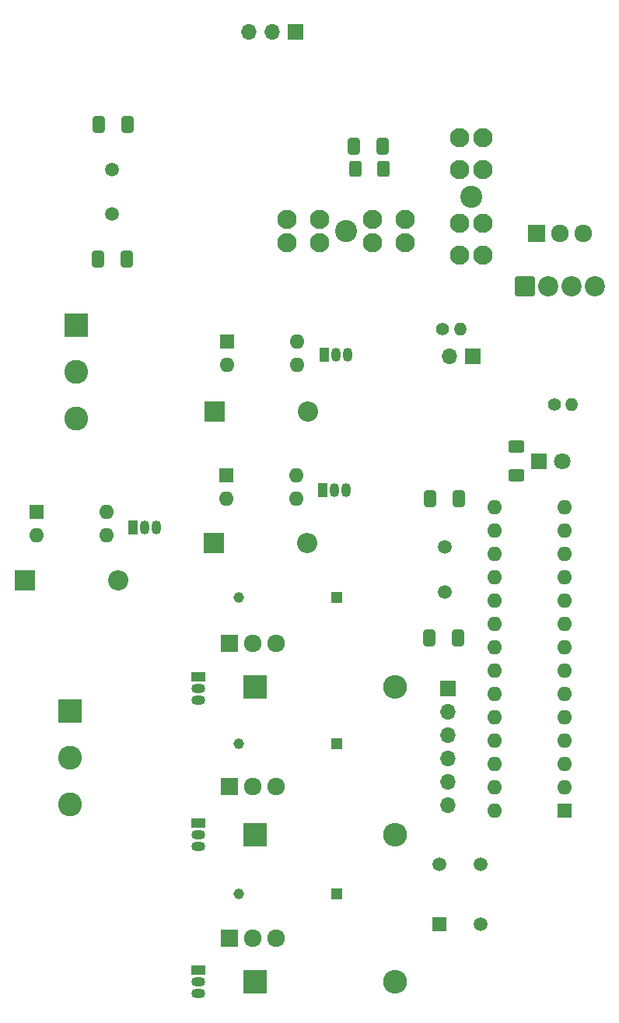
<source format=gbr>
%TF.GenerationSoftware,KiCad,Pcbnew,9.0.0*%
%TF.CreationDate,2025-03-14T13:06:40-07:00*%
%TF.ProjectId,AMS - CANBus - Dinger,414d5320-2d20-4434-914e-427573202d20,rev?*%
%TF.SameCoordinates,Original*%
%TF.FileFunction,Soldermask,Top*%
%TF.FilePolarity,Negative*%
%FSLAX46Y46*%
G04 Gerber Fmt 4.6, Leading zero omitted, Abs format (unit mm)*
G04 Created by KiCad (PCBNEW 9.0.0) date 2025-03-14 13:06:40*
%MOMM*%
%LPD*%
G01*
G04 APERTURE LIST*
G04 Aperture macros list*
%AMRoundRect*
0 Rectangle with rounded corners*
0 $1 Rounding radius*
0 $2 $3 $4 $5 $6 $7 $8 $9 X,Y pos of 4 corners*
0 Add a 4 corners polygon primitive as box body*
4,1,4,$2,$3,$4,$5,$6,$7,$8,$9,$2,$3,0*
0 Add four circle primitives for the rounded corners*
1,1,$1+$1,$2,$3*
1,1,$1+$1,$4,$5*
1,1,$1+$1,$6,$7*
1,1,$1+$1,$8,$9*
0 Add four rect primitives between the rounded corners*
20,1,$1+$1,$2,$3,$4,$5,0*
20,1,$1+$1,$4,$5,$6,$7,0*
20,1,$1+$1,$6,$7,$8,$9,0*
20,1,$1+$1,$8,$9,$2,$3,0*%
G04 Aperture macros list end*
%ADD10O,1.050000X1.500000*%
%ADD11R,1.050000X1.500000*%
%ADD12O,1.600000X1.600000*%
%ADD13R,1.600000X1.600000*%
%ADD14O,2.600000X2.600000*%
%ADD15R,2.600000X2.600000*%
%ADD16C,1.920000*%
%ADD17R,1.920000X1.920000*%
%ADD18O,1.500000X1.050000*%
%ADD19R,1.500000X1.050000*%
%ADD20C,1.150000*%
%ADD21R,1.150000X1.150000*%
%ADD22C,2.600000*%
%ADD23C,1.800000*%
%ADD24R,1.800000X1.800000*%
%ADD25RoundRect,0.250000X0.625000X-0.400000X0.625000X0.400000X-0.625000X0.400000X-0.625000X-0.400000X0*%
%ADD26O,1.700000X1.700000*%
%ADD27R,1.700000X1.700000*%
%ADD28R,1.500000X1.500000*%
%ADD29C,1.500000*%
%ADD30RoundRect,0.250000X-0.412500X-0.650000X0.412500X-0.650000X0.412500X0.650000X-0.412500X0.650000X0*%
%ADD31C,1.400000*%
%ADD32O,1.400000X1.400000*%
%ADD33C,2.400000*%
%ADD34C,2.100000*%
%ADD35RoundRect,0.250000X0.412500X0.650000X-0.412500X0.650000X-0.412500X-0.650000X0.412500X-0.650000X0*%
%ADD36R,2.200000X2.200000*%
%ADD37O,2.200000X2.200000*%
%ADD38RoundRect,0.249999X-0.850001X-0.850001X0.850001X-0.850001X0.850001X0.850001X-0.850001X0.850001X0*%
%ADD39C,2.200000*%
%ADD40RoundRect,0.250000X0.400000X0.625000X-0.400000X0.625000X-0.400000X-0.625000X0.400000X-0.625000X0*%
G04 APERTURE END LIST*
D10*
%TO.C,Q2*%
X112262600Y-73695900D03*
X110992600Y-73695900D03*
D11*
X109722600Y-73695900D03*
%TD*%
D12*
%TO.C,U3*%
X106744000Y-72257800D03*
X106744000Y-74797800D03*
X99124000Y-74797800D03*
D13*
X99124000Y-72257800D03*
%TD*%
D14*
%TO.C,D7*%
X117478700Y-125940800D03*
D15*
X102238700Y-125940800D03*
%TD*%
D16*
%TO.C,Q10*%
X104526400Y-137192300D03*
X101986400Y-137192300D03*
D17*
X99446400Y-137192300D03*
%TD*%
D18*
%TO.C,Q3*%
X96016800Y-111296400D03*
X96016800Y-110026400D03*
D19*
X96016800Y-108756400D03*
%TD*%
D20*
%TO.C,Z3*%
X100413000Y-100109900D03*
D21*
X111113000Y-100109900D03*
%TD*%
D18*
%TO.C,Q7*%
X96016800Y-127270500D03*
X96016800Y-126000500D03*
D19*
X96016800Y-124730500D03*
%TD*%
D16*
%TO.C,Q4*%
X104526400Y-105159300D03*
X101986400Y-105159300D03*
D17*
X99446400Y-105159300D03*
%TD*%
D14*
%TO.C,D4*%
X117478700Y-109921600D03*
D15*
X102238700Y-109921600D03*
%TD*%
D20*
%TO.C,Z5*%
X100413000Y-132438900D03*
D21*
X111113000Y-132438900D03*
%TD*%
D16*
%TO.C,Q8*%
X104526400Y-120739500D03*
X101986400Y-120739500D03*
D17*
X99446400Y-120739500D03*
%TD*%
D18*
%TO.C,Q9*%
X96016800Y-143281700D03*
X96016800Y-142011700D03*
D19*
X96016800Y-140741700D03*
%TD*%
D20*
%TO.C,Z4*%
X100413000Y-116028100D03*
D21*
X111113000Y-116028100D03*
%TD*%
D14*
%TO.C,D8*%
X117478700Y-142011500D03*
D15*
X102238700Y-142011500D03*
%TD*%
D22*
%TO.C,Z1*%
X82028100Y-122675400D03*
X82028100Y-117595400D03*
D15*
X82028100Y-112515400D03*
%TD*%
D23*
%TO.C,D1*%
X135616800Y-85343700D03*
D24*
X133076800Y-85343700D03*
%TD*%
D12*
%TO.C,U2*%
X128302100Y-123377100D03*
X128302100Y-120837100D03*
X128302100Y-118297100D03*
X128302100Y-115757100D03*
X128302100Y-113217100D03*
X128302100Y-110677100D03*
X128302100Y-108137100D03*
X128302100Y-105597100D03*
X128302100Y-103057100D03*
X128302100Y-100517100D03*
X128302100Y-97977100D03*
X128302100Y-95437100D03*
X128302100Y-92897100D03*
X128302100Y-90357100D03*
X135922100Y-90357100D03*
X135922100Y-92897100D03*
X135922100Y-95437100D03*
X135922100Y-97977100D03*
X135922100Y-100517100D03*
X135922100Y-103057100D03*
X135922100Y-105597100D03*
X135922100Y-108137100D03*
X135922100Y-110677100D03*
X135922100Y-113217100D03*
X135922100Y-115757100D03*
X135922100Y-118297100D03*
X135922100Y-120837100D03*
D13*
X135922100Y-123377100D03*
%TD*%
D25*
%TO.C,R3*%
X130690200Y-83758600D03*
X130690200Y-86858600D03*
%TD*%
D26*
%TO.C,J1*%
X123166800Y-122722100D03*
X123166800Y-120182100D03*
X123166800Y-117642100D03*
X123166800Y-115102100D03*
X123166800Y-112562100D03*
D27*
X123166800Y-110022100D03*
%TD*%
D28*
%TO.C,S1*%
X122260500Y-135705900D03*
D29*
X122260500Y-129205900D03*
X126760500Y-135705900D03*
X126760500Y-129205900D03*
%TD*%
D30*
%TO.C,C5*%
X124329800Y-104530700D03*
X121204800Y-104530700D03*
%TD*%
D29*
%TO.C,Y1*%
X122840900Y-94664800D03*
X122840900Y-99544800D03*
%TD*%
D30*
%TO.C,C7*%
X124393600Y-89405800D03*
X121268600Y-89405800D03*
%TD*%
D31*
%TO.C,R28*%
X122646400Y-70894900D03*
D32*
X124546400Y-70894900D03*
%TD*%
D31*
%TO.C,R27*%
X134770000Y-79113500D03*
D32*
X136670000Y-79113500D03*
%TD*%
D33*
%TO.C,U8*%
X112120100Y-60275300D03*
D34*
X105720100Y-61525300D03*
X109220100Y-61525300D03*
X115020100Y-61525300D03*
X118520100Y-61525300D03*
X118520100Y-59025300D03*
X115020100Y-59025300D03*
X109220100Y-59025300D03*
X105720100Y-59025300D03*
%TD*%
D35*
%TO.C,C11*%
X88204100Y-63342200D03*
X85079100Y-63342200D03*
%TD*%
D13*
%TO.C,U4*%
X99040300Y-86836700D03*
D12*
X99040300Y-89376700D03*
X106660300Y-89376700D03*
X106660300Y-86836700D03*
%TD*%
D33*
%TO.C,U1*%
X125731900Y-56515500D03*
D34*
X124481900Y-50115500D03*
X124481900Y-53615500D03*
X124481900Y-59415500D03*
X124481900Y-62915500D03*
X126981900Y-62915500D03*
X126981900Y-59415500D03*
X126981900Y-53615500D03*
X126981900Y-50115500D03*
%TD*%
D11*
%TO.C,Q6*%
X88895700Y-92502700D03*
D10*
X90165700Y-92502700D03*
X91435700Y-92502700D03*
%TD*%
D15*
%TO.C,Z2*%
X82709700Y-70523000D03*
D22*
X82709700Y-75603000D03*
X82709700Y-80683000D03*
%TD*%
D11*
%TO.C,Q5*%
X109609800Y-88471700D03*
D10*
X110879800Y-88471700D03*
X112149800Y-88471700D03*
%TD*%
D36*
%TO.C,D5*%
X97706700Y-94202000D03*
D37*
X107866700Y-94202000D03*
%TD*%
D27*
%TO.C,Powerboard1*%
X106618600Y-38633600D03*
D26*
X104078600Y-38633600D03*
X101538600Y-38633600D03*
%TD*%
D13*
%TO.C,U5*%
X78424200Y-90867700D03*
D12*
X78424200Y-93407700D03*
X86044200Y-93407700D03*
X86044200Y-90867700D03*
%TD*%
D29*
%TO.C,Y2*%
X86660300Y-53551100D03*
X86660300Y-58431100D03*
%TD*%
D27*
%TO.C,J2*%
X125907100Y-73924000D03*
D26*
X123367100Y-73924000D03*
%TD*%
D36*
%TO.C,D3*%
X97844000Y-79900400D03*
D37*
X108004000Y-79900400D03*
%TD*%
D38*
%TO.C,J3*%
X131552400Y-66242100D03*
D39*
X134092400Y-66242100D03*
X136632400Y-66242100D03*
X139172400Y-66242100D03*
%TD*%
D40*
%TO.C,R26*%
X116188200Y-53475500D03*
X113088200Y-53475500D03*
%TD*%
D17*
%TO.C,Q1*%
X132877100Y-60498400D03*
D16*
X135417100Y-60498400D03*
X137957100Y-60498400D03*
%TD*%
D30*
%TO.C,C12*%
X85188900Y-48693700D03*
X88313900Y-48693700D03*
%TD*%
D36*
%TO.C,D6*%
X77144200Y-98300100D03*
D37*
X87304200Y-98300100D03*
%TD*%
D30*
%TO.C,C13*%
X113002900Y-51027600D03*
X116127900Y-51027600D03*
%TD*%
M02*

</source>
